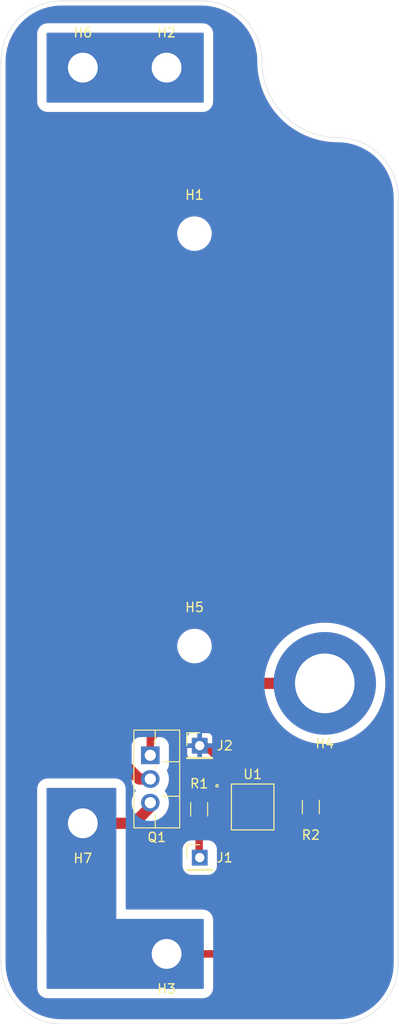
<source format=kicad_pcb>
(kicad_pcb (version 20241229) (generator "pcbnew") (generator_version "9.0")
  (layers (0 "F.Cu" signal) (2 "B.Cu" signal) (13 "F.Paste" user) (15 "B.Paste" user) (5 "F.SilkS" user "F.Silkscreen") (7 "B.SilkS" user "B.Silkscreen") (1 "F.Mask" user) (3 "B.Mask" user) (25 "Edge.Cuts" user))
  (net 0 "")
  (net 1 "Net-(Q1-D)")
  (net 2 "Net-(Q1-S)")
  (net 3 "Net-(J1-Pin_1)")
  (net 4 "Net-(J2-Pin_1)")
  (net 5 "Net-(Q1-G)")
  (net 6 "Net-(R1-Pad2)")
  (net 7 "Net-(H2-Pad1)")
  (footprint "Connector_PinHeader_2.54mm:PinHeader_1x01_P2.54mm_Vertical" (layer "F.Cu") (at 78.555907 102.679211)
    (property "Reference" "J2" (at 2.694093 0 0) (layer "F.SilkS"))
    (property "Value" "Coil-")
    (fp_line (start -1.38 -1.38) (end 0 -1.38) (stroke (width 0.12)) (layer "F.SilkS"))
    (fp_line (start -1.38 0) (end -1.38 -1.38) (stroke (width 0.12)) (layer "F.SilkS"))
    (fp_line (start -1.38 1.27) (end -1.38 1.38) (stroke (width 0.12)) (layer "F.SilkS"))
    (fp_line (start -1.38 1.27) (end 1.38 1.27) (stroke (width 0.12)) (layer "F.SilkS"))
    (fp_line (start -1.38 1.38) (end 1.38 1.38) (stroke (width 0.12)) (layer "F.SilkS"))
    (fp_line (start 1.38 1.27) (end 1.38 1.38) (stroke (width 0.12)) (layer "F.SilkS"))
    (pad "1" thru_hole rect (at 0 0) (size 1.7 1.7) (drill 1) (layers "*.Cu" "*.Mask") (net 4 "Net-(J2-Pin_1)"))
  )
  (footprint "MountingHole:MountingHole_3.2mm_M3_DIN965_Pad" (layer "F.Cu") (at 66 111)
    (property "Reference" "H7" (at 0 3.75 0) (layer "F.SilkS"))
    (property "Value" "ResPrech+")
    (pad "1" thru_hole circle (at 0 0) (size 5.6 5.6) (drill 3.2) (layers "*.Cu" "*.Mask") (net 2 "Net-(Q1-S)"))
  )
  (footprint "Connector_PinHeader_2.54mm:PinHeader_1x01_P2.54mm_Vertical" (layer "F.Cu") (at 78.564151 114.679411)
    (property "Reference" "J1" (at 2.685849 0 0) (layer "F.SilkS"))
    (property "Value" "Coil+")
    (fp_line (start -1.38 -1.38) (end 0 -1.38) (stroke (width 0.12)) (layer "F.SilkS"))
    (fp_line (start -1.38 0) (end -1.38 -1.38) (stroke (width 0.12)) (layer "F.SilkS"))
    (fp_line (start -1.38 1.27) (end -1.38 1.38) (stroke (width 0.12)) (layer "F.SilkS"))
    (fp_line (start -1.38 1.27) (end 1.38 1.27) (stroke (width 0.12)) (layer "F.SilkS"))
    (fp_line (start -1.38 1.38) (end 1.38 1.38) (stroke (width 0.12)) (layer "F.SilkS"))
    (fp_line (start 1.38 1.27) (end 1.38 1.38) (stroke (width 0.12)) (layer "F.SilkS"))
    (pad "1" thru_hole rect (at 0 0) (size 1.7 1.7) (drill 1) (layers "*.Cu" "*.Mask") (net 3 "Net-(J1-Pin_1)"))
  )
  (footprint "MountingHole:MountingHole_6.4mm_M6_DIN965_Pad" (layer "F.Cu") (at 92 96 180)
    (property "Reference" "H4" (at 0 -6.45 180) (layer "F.SilkS"))
    (property "Value" "BATT+")
    (pad "1" thru_hole circle (at 0 0 180) (size 11 11) (drill 6.4) (layers "*.Cu" "*.Mask") (net 1 "Net-(Q1-D)"))
  )
  (footprint "MountingHole:MountingHole_3.2mm_M3" (layer "F.Cu") (at 78 47.793961)
    (property "Reference" "H1" (at 0 -4.15 0) (layer "F.SilkS"))
    (property "Value" "ResMount")
    (pad "" np_thru_hole circle (at 0 0) (size 3.2 3.2) (drill 3.2) (layers "*.Cu" "*.Mask"))
  )
  (footprint "MountingHole:MountingHole_3.2mm_M3_DIN965_Pad" (layer "F.Cu") (at 66 30)
    (property "Reference" "H6" (at 0 -3.75 0) (layer "F.SilkS"))
    (property "Value" "ResPrech-/CTRL+")
    (pad "1" thru_hole circle (at 0 0) (size 5.6 5.6) (drill 3.2) (layers "*.Cu" "*.Mask") (net 7 "Net-(H2-Pad1)"))
  )
  (footprint "Resistor_SMD:R_1206_3216Metric" (layer "F.Cu") (at 90.5 109.25 90)
    (property "Reference" "R2" (at -3 0 180) (layer "F.SilkS"))
    (property "Value" "1M")
    (fp_line (start -0.727064 -0.91) (end 0.727064 -0.91) (stroke (width 0.12)) (layer "F.SilkS"))
    (fp_line (start -0.727064 0.91) (end 0.727064 0.91) (stroke (width 0.12)) (layer "F.SilkS"))
    (pad "1" smd roundrect (at -1.4625 0 90) (size 1.125 1.75) (layers "F.Cu" "F.Mask" "F.Paste") (roundrect_rratio 0.222222) (net 2 "Net-(Q1-S)"))
    (pad "2" smd roundrect (at 1.4625 0 90) (size 1.125 1.75) (layers "F.Cu" "F.Mask" "F.Paste") (roundrect_rratio 0.222222) (net 5 "Net-(Q1-G)"))
  )
  (footprint "Resistor_SMD:R_1206_3216Metric" (layer "F.Cu") (at 78.5 109.5 90)
    (property "Reference" "R1" (at 2.75 0 180) (layer "F.SilkS"))
    (property "Value" "1k")
    (fp_line (start -0.727064 -0.91) (end 0.727064 -0.91) (stroke (width 0.12)) (layer "F.SilkS"))
    (fp_line (start -0.727064 0.91) (end 0.727064 0.91) (stroke (width 0.12)) (layer "F.SilkS"))
    (pad "1" smd roundrect (at -1.4625 0 90) (size 1.125 1.75) (layers "F.Cu" "F.Mask" "F.Paste") (roundrect_rratio 0.222222) (net 3 "Net-(J1-Pin_1)"))
    (pad "2" smd roundrect (at 1.4625 0 90) (size 1.125 1.75) (layers "F.Cu" "F.Mask" "F.Paste") (roundrect_rratio 0.222222) (net 6 "Net-(R1-Pad2)"))
  )
  (footprint "SOIC254P695X242-4N:SOIC254P695X242-4N" (layer "F.Cu") (at 84.25 109.25)
    (property "Reference" "U1" (at 0 -3.5 0) (layer "F.SilkS") (effects (font (size 1.000843 1.000843))))
    (property "Value" "VOM1271T")
    (fp_line (start -2.285 -2.46) (end 2.285 -2.46) (stroke (width 0.127)) (layer "F.SilkS"))
    (fp_line (start -2.285 2.46) (end -2.285 -2.46) (stroke (width 0.127)) (layer "F.SilkS"))
    (fp_line (start 2.285 -2.46) (end 2.285 2.46) (stroke (width 0.127)) (layer "F.SilkS"))
    (fp_line (start 2.285 2.46) (end -2.285 2.46) (stroke (width 0.127)) (layer "F.SilkS"))
    (fp_circle (center -3.826 -2.27) (end -3.699 -2.27) (stroke (width 0.127)) (fill no) (layer "F.SilkS"))
    (pad "1" smd rect (at -3.205 -1.27) (size 1.5 0.6) (layers "F.Cu" "F.Mask" "F.Paste") (net 6 "Net-(R1-Pad2)"))
    (pad "2" smd rect (at -3.205 1.27) (size 1.5 0.6) (layers "F.Cu" "F.Mask" "F.Paste") (net 4 "Net-(J2-Pin_1)"))
    (pad "3" smd rect (at 3.205 1.27) (size 1.5 0.6) (layers "F.Cu" "F.Mask" "F.Paste") (net 2 "Net-(Q1-S)"))
    (pad "4" smd rect (at 3.205 -1.27) (size 1.5 0.6) (layers "F.Cu" "F.Mask" "F.Paste") (net 5 "Net-(Q1-G)"))
  )
  (footprint "MountingHole:MountingHole_3.2mm_M3_DIN965_Pad" (layer "F.Cu") (at 75 125)
    (property "Reference" "H3" (at 0 3.75 0) (layer "F.SilkS"))
    (property "Value" "ResPrech+")
    (pad "1" thru_hole circle (at 0 0) (size 5.6 5.6) (drill 3.2) (layers "*.Cu" "*.Mask") (net 2 "Net-(Q1-S)"))
  )
  (footprint "MountingHole:MountingHole_3.2mm_M3_DIN965_Pad" (layer "F.Cu") (at 75 30)
    (property "Reference" "H2" (at 0 -3.75 0) (layer "F.SilkS"))
    (property "Value" "ResPrech-/CTRL+")
    (pad "1" thru_hole circle (at 0 0) (size 5.6 5.6) (drill 3.2) (layers "*.Cu" "*.Mask") (net 7 "Net-(H2-Pad1)"))
  )
  (footprint "Package_TO_SOT_THT:TO-220F-3_Vertical" (layer "F.Cu") (at 73.25 103.71 -90)
    (property "Reference" "Q1" (at 8.79 -0.695 180) (layer "F.SilkS"))
    (property "Value" "IRF540N")
    (fp_line (start -2.7 1.763) (end 7.78 1.763) (stroke (width 0.12)) (layer "F.SilkS"))
    (fp_line (start -2.7 -0.527) (end -1.212 -0.527) (stroke (width 0.12)) (layer "F.SilkS"))
    (fp_line (start 1.212 -0.527) (end 1.327 -0.528) (stroke (width 0.12)) (layer "F.SilkS"))
    (fp_line (start 3.752 -0.528) (end 3.867 -0.528) (stroke (width 0.12)) (layer "F.SilkS"))
    (fp_line (start 6.292 -0.528) (end 7.78 -0.527) (stroke (width 0.12)) (layer "F.SilkS"))
    (fp_line (start -2.7 -3.157) (end -2.7 1.763) (stroke (width 0.12)) (layer "F.SilkS"))
    (fp_line (start -2.7 -3.157) (end 7.78 -3.157) (stroke (width 0.12)) (layer "F.SilkS"))
    (fp_line (start 0.69 -3.157) (end 0.69 -1.26) (stroke (width 0.12)) (layer "F.SilkS"))
    (fp_line (start 4.39 -3.157) (end 4.39 -1.26) (stroke (width 0.12)) (layer "F.SilkS"))
    (fp_line (start 7.78 -3.157) (end 7.78 1.763) (stroke (width 0.12)) (layer "F.SilkS"))
    (pad "1" thru_hole rect (at 0 0 270) (size 1.905 2) (drill 1.2) (layers "*.Cu" "*.Mask") (net 5 "Net-(Q1-G)"))
    (pad "2" thru_hole oval (at 2.54 0 270) (size 1.905 2) (drill 1.2) (layers "*.Cu" "*.Mask") (net 1 "Net-(Q1-D)"))
    (pad "3" thru_hole oval (at 5.08 0 270) (size 1.905 2) (drill 1.2) (layers "*.Cu" "*.Mask") (net 2 "Net-(Q1-S)"))
  )
  (footprint "MountingHole:MountingHole_3.2mm_M3" (layer "F.Cu") (at 78 92)
    (property "Reference" "H5" (at 0 -4.15 0) (layer "F.SilkS"))
    (property "Value" "ResMount")
    (pad "" np_thru_hole circle (at 0 0) (size 3.2 3.2) (drill 3.2) (layers "*.Cu" "*.Mask"))
  )
  (gr_arc (start 63.7 132.5) (mid 59.103806 130.596194) (end 57.2 126) (stroke (width 0.05)) (layer "Edge.Cuts"))
  (gr_line (start 63.7 22.846194) (end 78.7501 22.846194) (stroke (width 0.05)) (layer "Edge.Cuts"))
  (gr_arc (start 93.403806 37.5) (mid 87.638249 35.111776) (end 85.250084 29.346194) (stroke (width 0.05)) (layer "Edge.Cuts"))
  (gr_line (start 57.2 29.346194) (end 57.2 126) (stroke (width 0.05)) (layer "Edge.Cuts"))
  (gr_arc (start 93.403806 37.5) (mid 98 39.403806) (end 99.903806 44) (stroke (width 0.05)) (layer "Edge.Cuts"))
  (gr_arc (start 57.2 29.346194) (mid 59.103806 24.75) (end 63.7 22.846194) (stroke (width 0.05)) (layer "Edge.Cuts"))
  (gr_arc (start 78.750084 22.846194) (mid 83.346278 24.75) (end 85.250084 29.346194) (stroke (width 0.05)) (layer "Edge.Cuts"))
  (gr_line (start 99.903806 126) (end 99.903806 44) (stroke (width 0.05)) (layer "Edge.Cuts"))
  (gr_arc (start 99.903806 126) (mid 98 130.596194) (end 93.403806 132.5) (stroke (width 0.05)) (layer "Edge.Cuts"))
  (gr_line (start 63.7 132.5) (end 93.403806 132.5) (stroke (width 0.05)) (layer "Edge.Cuts"))
  (segment (start 92 96) (end 74.5 96) (width 1.2) (layer "F.Cu") (net 1))
  (segment (start 70 100.5) (end 70 104.2) (width 1.2) (layer "F.Cu") (net 1))
  (segment (start 72.05 106.25) (end 73.25 106.25) (width 1.2) (layer "F.Cu") (net 1))
  (segment (start 70 104.2) (end 72.05 106.25) (width 1.2) (layer "F.Cu") (net 1))
  (segment (start 74.5 96) (end 70 100.5) (width 1.2) (layer "F.Cu") (net 1))
  (segment (start 88.205 110.52) (end 90.3075 110.52) (width 0.8) (layer "F.Cu") (net 2))
  (segment (start 73.25 108.79) (end 73.25 109.25) (width 1.2) (layer "F.Cu") (net 2))
  (segment (start 69.6 125) (end 75 125) (width 1.2) (layer "F.Cu") (net 2))
  (segment (start 75 125) (end 83.5 125) (width 0.8) (layer "F.Cu") (net 2))
  (segment (start 66 111) (end 66 121.4) (width 1.2) (layer "F.Cu") (net 2))
  (segment (start 90.3075 110.52) (end 90.5 110.7125) (width 0.8) (layer "F.Cu") (net 2))
  (segment (start 66 121.4) (end 69.6 125) (width 1.2) (layer "F.Cu") (net 2))
  (segment (start 88.205 120.295) (end 88.205 110.52) (width 0.8) (layer "F.Cu") (net 2))
  (segment (start 75.25 125) (end 75.29 125.04) (width 1.2) (layer "F.Cu") (net 2))
  (segment (start 71.5 111) (end 66 111) (width 1.2) (layer "F.Cu") (net 2))
  (segment (start 75 125) (end 75.25 125) (width 1.2) (layer "F.Cu") (net 2))
  (segment (start 73.25 109.25) (end 71.5 111) (width 1.2) (layer "F.Cu") (net 2))
  (segment (start 83.5 125) (end 88.205 120.295) (width 0.8) (layer "F.Cu") (net 2))
  (segment (start 78.5 110.9625) (end 78.5 114.61526) (width 0.8) (layer "F.Cu") (net 3))
  (segment (start 78.5 114.61526) (end 78.564151 114.679411) (width 1.2) (layer "F.Cu") (net 3))
  (segment (start 83.5 107) (end 83.5 109.25) (width 0.8) (layer "F.Cu") (net 4))
  (segment (start 78.555907 102.679211) (end 79.179211 102.679211) (width 0.8) (layer "F.Cu") (net 4))
  (segment (start 82.23 110.52) (end 81.045 110.52) (width 0.8) (layer "F.Cu") (net 4))
  (segment (start 83.5 109.25) (end 82.23 110.52) (width 0.8) (layer "F.Cu") (net 4))
  (segment (start 79.179211 102.679211) (end 83.5 107) (width 0.8) (layer "F.Cu") (net 4))
  (segment (start 75.6 99.6) (end 82.2 99.6) (width 0.8) (layer "F.Cu") (net 5))
  (segment (start 87.455 104.855) (end 87.455 107.98) (width 0.8) (layer "F.Cu") (net 5))
  (segment (start 87.455 107.98) (end 90.3075 107.98) (width 0.8) (layer "F.Cu") (net 5))
  (segment (start 82.2 99.6) (end 87.455 104.855) (width 0.8) (layer "F.Cu") (net 5))
  (segment (start 73.25 103.71) (end 73.25 101.95) (width 0.8) (layer "F.Cu") (net 5))
  (segment (start 90.3075 107.98) (end 90.5 107.7875) (width 0.8) (layer "F.Cu") (net 5))
  (segment (start 73.25 101.95) (end 75.6 99.6) (width 0.8) (layer "F.Cu") (net 5))
  (segment (start 81.045 107.98) (end 78.5575 107.98) (width 0.8) (layer "F.Cu") (net 6))
  (segment (start 68.5 30) (end 75 30) (width 1.2) (layer "F.Cu") (net 7))
  (zone (net 4) (net_name "Net-(J2-Pin_1)") (layer "F.Cu") (priority 1) (connect_pads (clearance 1)) (min_thickness 0.25) (fill yes (thermal_gap 0.5) (thermal_bridge_width 0.5) (island_removal_mode 1) (island_area_min 10))
    (polygon (pts (xy 83.6 125.2) (xy 88.2 120.4) (xy 87.6 105) (xy 82.38 99.6) (xy 80.082529 99.6) (xy 73.4 101.8) (xy 73.4 110.8) (xy 69.6 111) (xy 69.6 125.2)))
  )
  (zone (net 2) (net_name "Net-(Q1-S)") (layers "F.Cu" "B.Cu") (priority 3) (connect_pads (clearance 1)) (min_thickness 0.25) (fill yes (thermal_gap 0.5) (thermal_bridge_width 0.5))
    (polygon (pts (xy 62.1 123.3) (xy 69.6 123.3) (xy 69.6 107.2) (xy 62.1 107.2)))
  )
  (zone (net 4) (net_name "Net-(J2-Pin_1)") (layers "F.Cu" "B.Cu") (priority 1) (connect_pads (clearance 1)) (min_thickness 0.25) (fill yes (thermal_gap 0.5) (thermal_bridge_width 0.5) (island_removal_mode 1) (island_area_min 10))
    (polygon (pts (xy 100 132.5) (xy 100 22.75) (xy 57.1 22.75) (xy 57.1 132.5)))
  )
  (zone (net 7) (net_name "Net-(H2-Pad1)") (layers "F.Cu" "B.Cu") (priority 3) (connect_pads (clearance 1)) (min_thickness 0.25) (fill yes (thermal_gap 0.5) (thermal_bridge_width 0.5))
    (polygon (pts (xy 62.1 26.25) (xy 62.1 33.75) (xy 79 33.75) (xy 79 26.25)))
  )
  (zone (net 2) (net_name "Net-(Q1-S)") (layers "F.Cu" "B.Cu") (priority 3) (connect_pads (clearance 1)) (min_thickness 0.25) (fill yes (thermal_gap 0.5) (thermal_bridge_width 0.5))
    (polygon (pts (xy 62.1 121.25) (xy 62.1 128.75) (xy 79 128.75) (xy 79 121.25)))
  )
)
</source>
